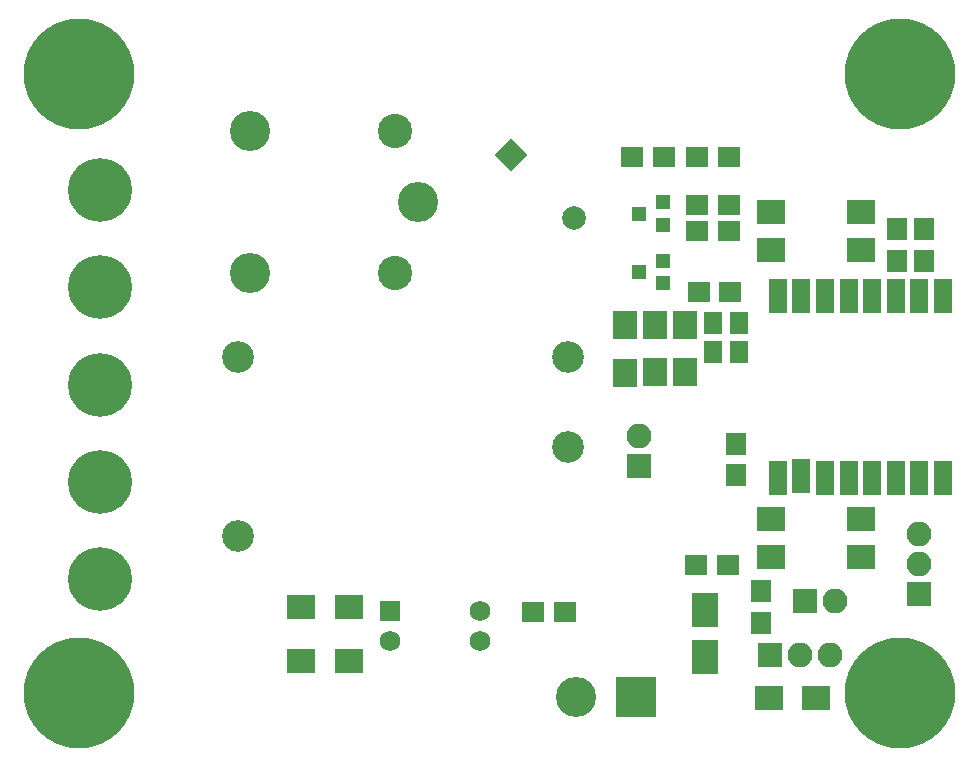
<source format=gbr>
G04 #@! TF.GenerationSoftware,KiCad,Pcbnew,no-vcs-found-c78a2ba~59~ubuntu16.10.1*
G04 #@! TF.CreationDate,2017-11-10T05:59:47+01:00*
G04 #@! TF.ProjectId,open_reflow,6F70656E5F7265666C6F772E6B696361,rev?*
G04 #@! TF.SameCoordinates,Original
G04 #@! TF.FileFunction,Soldermask,Top*
G04 #@! TF.FilePolarity,Negative*
%FSLAX46Y46*%
G04 Gerber Fmt 4.6, Leading zero omitted, Abs format (unit mm)*
G04 Created by KiCad (PCBNEW no-vcs-found-c78a2ba~59~ubuntu16.10.1) date Fri Nov 10 05:59:47 2017*
%MOMM*%
%LPD*%
G01*
G04 APERTURE LIST*
%ADD10R,1.300000X1.200000*%
%ADD11C,2.690000*%
%ADD12R,1.500000X2.900000*%
%ADD13C,5.400000*%
%ADD14C,2.000000*%
%ADD15C,0.100000*%
%ADD16R,2.000000X2.400000*%
%ADD17R,2.400000X2.000000*%
%ADD18R,1.650000X1.900000*%
%ADD19C,3.400000*%
%ADD20R,3.400000X3.400000*%
%ADD21R,2.100000X2.100000*%
%ADD22O,2.100000X2.100000*%
%ADD23R,1.900000X1.700000*%
%ADD24R,1.700000X1.900000*%
%ADD25R,1.750000X1.750000*%
%ADD26C,1.750000*%
%ADD27R,2.200000X2.900000*%
%ADD28C,2.900000*%
%ADD29R,2.400000X2.100000*%
%ADD30C,9.400000*%
G04 APERTURE END LIST*
D10*
X198755000Y-36830000D03*
X200755000Y-35880000D03*
X200755000Y-37780000D03*
D11*
X192782500Y-51605500D03*
X192782500Y-44005500D03*
X164782500Y-59205500D03*
X164782500Y-44005500D03*
D12*
X224503500Y-38830500D03*
X222503500Y-38830500D03*
X220503500Y-38830500D03*
X218503500Y-38830500D03*
X216503500Y-38830500D03*
X214503500Y-38830500D03*
X212503500Y-38830500D03*
X210503500Y-38830500D03*
X210503500Y-54230500D03*
X212503500Y-54130500D03*
X214503500Y-54230500D03*
X216503500Y-54230500D03*
X218503500Y-54230500D03*
X220503500Y-54230500D03*
X222503500Y-54230500D03*
X224503500Y-54230500D03*
D13*
X153098500Y-62855000D03*
X153098500Y-54605000D03*
X153098500Y-29855000D03*
X153098500Y-46355000D03*
X153098500Y-38105000D03*
D14*
X193294000Y-32258000D03*
X187919988Y-26883988D03*
D15*
G36*
X186505774Y-26883988D02*
X187919988Y-25469774D01*
X189334202Y-26883988D01*
X187919988Y-28298202D01*
X186505774Y-26883988D01*
X186505774Y-26883988D01*
G37*
D16*
X202692000Y-45307000D03*
X202692000Y-41307000D03*
X197612000Y-41338500D03*
X197612000Y-45338500D03*
D17*
X213734400Y-72898000D03*
X209734400Y-72898000D03*
D16*
X200152000Y-41307000D03*
X200152000Y-45307000D03*
D18*
X205041500Y-41104500D03*
X205041500Y-43604500D03*
X207200500Y-43604500D03*
X207200500Y-41104500D03*
D19*
X193421000Y-72834500D03*
D20*
X198501000Y-72834500D03*
D21*
X198755000Y-53213000D03*
D22*
X198755000Y-50673000D03*
D21*
X209867500Y-69215000D03*
D22*
X212407500Y-69215000D03*
X214947500Y-69215000D03*
X222504000Y-58991500D03*
X222504000Y-61531500D03*
D21*
X222504000Y-64071500D03*
D22*
X215392000Y-64643000D03*
D21*
X212852000Y-64643000D03*
D10*
X200755000Y-32829500D03*
X200755000Y-30929500D03*
X198755000Y-31879500D03*
D23*
X206391500Y-33337500D03*
X203691500Y-33337500D03*
X189785000Y-65595500D03*
X192485000Y-65595500D03*
D24*
X220599000Y-33194000D03*
X220599000Y-35894000D03*
D23*
X203628000Y-61658500D03*
X206328000Y-61658500D03*
D24*
X222885000Y-35894000D03*
X222885000Y-33194000D03*
X207010000Y-54055000D03*
X207010000Y-51355000D03*
D23*
X206391500Y-31115000D03*
X203691500Y-31115000D03*
X200892400Y-27076400D03*
X198192400Y-27076400D03*
D24*
X209105500Y-66564500D03*
X209105500Y-63864500D03*
D17*
X209941000Y-34937500D03*
X217541000Y-34937500D03*
X217541000Y-31737500D03*
X209941000Y-31737500D03*
X217531000Y-60921500D03*
X209931000Y-60921500D03*
X209931000Y-57721500D03*
X217531000Y-57721500D03*
D25*
X177673000Y-65532000D03*
D26*
X177673000Y-68072000D03*
X185293000Y-65532000D03*
X185293000Y-68072000D03*
D27*
X204343000Y-69437000D03*
X204343000Y-65437000D03*
D23*
X206502000Y-38481000D03*
X203802000Y-38481000D03*
X203691500Y-27114500D03*
X206391500Y-27114500D03*
D19*
X180012000Y-30942000D03*
D28*
X178062000Y-36892000D03*
D19*
X165812000Y-36942000D03*
X165862000Y-24892000D03*
D28*
X178062000Y-24892000D03*
D29*
X170180000Y-65214500D03*
X174180000Y-65214500D03*
X174180000Y-69723000D03*
X170180000Y-69723000D03*
D30*
X220827600Y-20066000D03*
X220827600Y-72491600D03*
X151333200Y-72491600D03*
X151333200Y-20066000D03*
M02*

</source>
